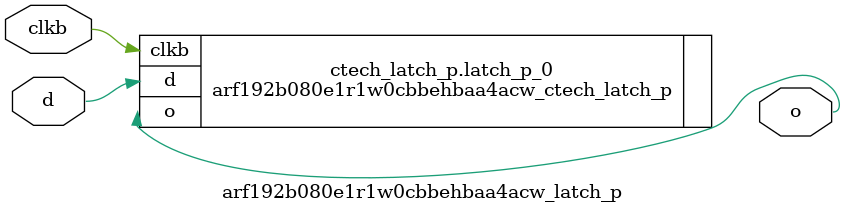
<source format=sv>

`ifndef ARF192B080E1R1W0CBBEHBAA4ACW_LATCH_P_SV
`define ARF192B080E1R1W0CBBEHBAA4ACW_LATCH_P_SV

module arf192b080e1r1w0cbbehbaa4acw_latch_p #
(
  parameter CTECH = 1
)
(
  output logic o,
  input  logic d,
  input  logic clkb
);

  if (CTECH == 1) begin: ctech_latch_p
    arf192b080e1r1w0cbbehbaa4acw_ctech_latch_p latch_p_0 (.o(o),.d(d),.clkb(clkb));
  end
  else begin
    always_latch begin
      if (~clkb) begin
        o <= d;
      end
    end
  end

endmodule // arf192b080e1r1w0cbbehbaa4acw_latch_p

`endif // ARF192B080E1R1W0CBBEHBAA4ACW_LATCH_P_SV
</source>
